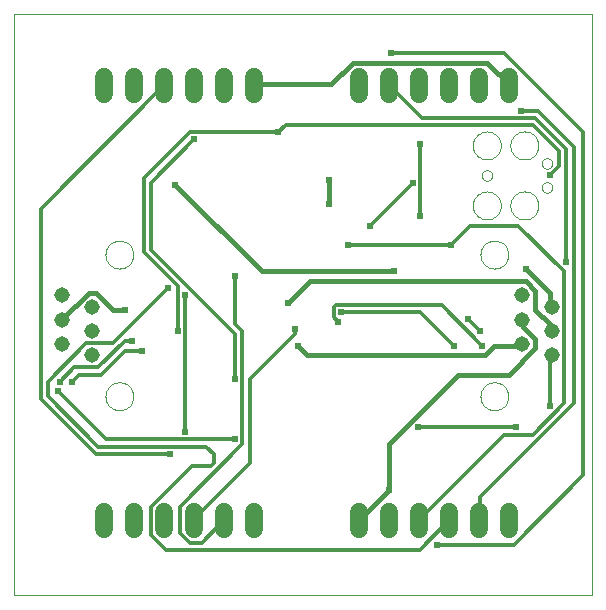
<source format=gbl>
G75*
G70*
%OFA0B0*%
%FSLAX24Y24*%
%IPPOS*%
%LPD*%
%AMOC8*
5,1,8,0,0,1.08239X$1,22.5*
%
%ADD10C,0.0000*%
%ADD11C,0.0515*%
%ADD12C,0.0594*%
%ADD13C,0.0180*%
%ADD14C,0.0240*%
%ADD15C,0.0120*%
D10*
X000162Y000100D02*
X000162Y019471D01*
X019407Y019471D01*
X019407Y000100D01*
X000162Y000100D01*
X003197Y006738D02*
X003199Y006781D01*
X003205Y006823D01*
X003215Y006865D01*
X003228Y006906D01*
X003246Y006945D01*
X003267Y006983D01*
X003291Y007018D01*
X003318Y007051D01*
X003349Y007082D01*
X003382Y007109D01*
X003417Y007133D01*
X003455Y007154D01*
X003494Y007172D01*
X003535Y007185D01*
X003577Y007195D01*
X003619Y007201D01*
X003662Y007203D01*
X003705Y007201D01*
X003747Y007195D01*
X003789Y007185D01*
X003830Y007172D01*
X003869Y007154D01*
X003907Y007133D01*
X003942Y007109D01*
X003975Y007082D01*
X004006Y007051D01*
X004033Y007018D01*
X004057Y006983D01*
X004078Y006945D01*
X004096Y006906D01*
X004109Y006865D01*
X004119Y006823D01*
X004125Y006781D01*
X004127Y006738D01*
X004125Y006695D01*
X004119Y006653D01*
X004109Y006611D01*
X004096Y006570D01*
X004078Y006531D01*
X004057Y006493D01*
X004033Y006458D01*
X004006Y006425D01*
X003975Y006394D01*
X003942Y006367D01*
X003907Y006343D01*
X003869Y006322D01*
X003830Y006304D01*
X003789Y006291D01*
X003747Y006281D01*
X003705Y006275D01*
X003662Y006273D01*
X003619Y006275D01*
X003577Y006281D01*
X003535Y006291D01*
X003494Y006304D01*
X003455Y006322D01*
X003417Y006343D01*
X003382Y006367D01*
X003349Y006394D01*
X003318Y006425D01*
X003291Y006458D01*
X003267Y006493D01*
X003246Y006531D01*
X003228Y006570D01*
X003215Y006611D01*
X003205Y006653D01*
X003199Y006695D01*
X003197Y006738D01*
X003197Y011462D02*
X003199Y011505D01*
X003205Y011547D01*
X003215Y011589D01*
X003228Y011630D01*
X003246Y011669D01*
X003267Y011707D01*
X003291Y011742D01*
X003318Y011775D01*
X003349Y011806D01*
X003382Y011833D01*
X003417Y011857D01*
X003455Y011878D01*
X003494Y011896D01*
X003535Y011909D01*
X003577Y011919D01*
X003619Y011925D01*
X003662Y011927D01*
X003705Y011925D01*
X003747Y011919D01*
X003789Y011909D01*
X003830Y011896D01*
X003869Y011878D01*
X003907Y011857D01*
X003942Y011833D01*
X003975Y011806D01*
X004006Y011775D01*
X004033Y011742D01*
X004057Y011707D01*
X004078Y011669D01*
X004096Y011630D01*
X004109Y011589D01*
X004119Y011547D01*
X004125Y011505D01*
X004127Y011462D01*
X004125Y011419D01*
X004119Y011377D01*
X004109Y011335D01*
X004096Y011294D01*
X004078Y011255D01*
X004057Y011217D01*
X004033Y011182D01*
X004006Y011149D01*
X003975Y011118D01*
X003942Y011091D01*
X003907Y011067D01*
X003869Y011046D01*
X003830Y011028D01*
X003789Y011015D01*
X003747Y011005D01*
X003705Y010999D01*
X003662Y010997D01*
X003619Y010999D01*
X003577Y011005D01*
X003535Y011015D01*
X003494Y011028D01*
X003455Y011046D01*
X003417Y011067D01*
X003382Y011091D01*
X003349Y011118D01*
X003318Y011149D01*
X003291Y011182D01*
X003267Y011217D01*
X003246Y011255D01*
X003228Y011294D01*
X003215Y011335D01*
X003205Y011377D01*
X003199Y011419D01*
X003197Y011462D01*
X015445Y013100D02*
X015447Y013143D01*
X015453Y013186D01*
X015463Y013228D01*
X015477Y013269D01*
X015494Y013308D01*
X015515Y013346D01*
X015539Y013381D01*
X015567Y013415D01*
X015597Y013445D01*
X015631Y013473D01*
X015666Y013497D01*
X015704Y013518D01*
X015743Y013535D01*
X015784Y013549D01*
X015826Y013559D01*
X015869Y013565D01*
X015912Y013567D01*
X015955Y013565D01*
X015998Y013559D01*
X016040Y013549D01*
X016081Y013535D01*
X016120Y013518D01*
X016158Y013497D01*
X016193Y013473D01*
X016227Y013445D01*
X016257Y013415D01*
X016285Y013381D01*
X016309Y013346D01*
X016330Y013308D01*
X016347Y013269D01*
X016361Y013228D01*
X016371Y013186D01*
X016377Y013143D01*
X016379Y013100D01*
X016377Y013057D01*
X016371Y013014D01*
X016361Y012972D01*
X016347Y012931D01*
X016330Y012892D01*
X016309Y012854D01*
X016285Y012819D01*
X016257Y012785D01*
X016227Y012755D01*
X016193Y012727D01*
X016158Y012703D01*
X016120Y012682D01*
X016081Y012665D01*
X016040Y012651D01*
X015998Y012641D01*
X015955Y012635D01*
X015912Y012633D01*
X015869Y012635D01*
X015826Y012641D01*
X015784Y012651D01*
X015743Y012665D01*
X015704Y012682D01*
X015666Y012703D01*
X015631Y012727D01*
X015597Y012755D01*
X015567Y012785D01*
X015539Y012819D01*
X015515Y012854D01*
X015494Y012892D01*
X015477Y012931D01*
X015463Y012972D01*
X015453Y013014D01*
X015447Y013057D01*
X015445Y013100D01*
X015737Y014100D02*
X015739Y014126D01*
X015745Y014152D01*
X015754Y014176D01*
X015767Y014199D01*
X015784Y014219D01*
X015803Y014237D01*
X015825Y014252D01*
X015848Y014263D01*
X015873Y014271D01*
X015899Y014275D01*
X015925Y014275D01*
X015951Y014271D01*
X015976Y014263D01*
X016000Y014252D01*
X016021Y014237D01*
X016040Y014219D01*
X016057Y014199D01*
X016070Y014176D01*
X016079Y014152D01*
X016085Y014126D01*
X016087Y014100D01*
X016085Y014074D01*
X016079Y014048D01*
X016070Y014024D01*
X016057Y014001D01*
X016040Y013981D01*
X016021Y013963D01*
X015999Y013948D01*
X015976Y013937D01*
X015951Y013929D01*
X015925Y013925D01*
X015899Y013925D01*
X015873Y013929D01*
X015848Y013937D01*
X015824Y013948D01*
X015803Y013963D01*
X015784Y013981D01*
X015767Y014001D01*
X015754Y014024D01*
X015745Y014048D01*
X015739Y014074D01*
X015737Y014100D01*
X015445Y015100D02*
X015447Y015143D01*
X015453Y015186D01*
X015463Y015228D01*
X015477Y015269D01*
X015494Y015308D01*
X015515Y015346D01*
X015539Y015381D01*
X015567Y015415D01*
X015597Y015445D01*
X015631Y015473D01*
X015666Y015497D01*
X015704Y015518D01*
X015743Y015535D01*
X015784Y015549D01*
X015826Y015559D01*
X015869Y015565D01*
X015912Y015567D01*
X015955Y015565D01*
X015998Y015559D01*
X016040Y015549D01*
X016081Y015535D01*
X016120Y015518D01*
X016158Y015497D01*
X016193Y015473D01*
X016227Y015445D01*
X016257Y015415D01*
X016285Y015381D01*
X016309Y015346D01*
X016330Y015308D01*
X016347Y015269D01*
X016361Y015228D01*
X016371Y015186D01*
X016377Y015143D01*
X016379Y015100D01*
X016377Y015057D01*
X016371Y015014D01*
X016361Y014972D01*
X016347Y014931D01*
X016330Y014892D01*
X016309Y014854D01*
X016285Y014819D01*
X016257Y014785D01*
X016227Y014755D01*
X016193Y014727D01*
X016158Y014703D01*
X016120Y014682D01*
X016081Y014665D01*
X016040Y014651D01*
X015998Y014641D01*
X015955Y014635D01*
X015912Y014633D01*
X015869Y014635D01*
X015826Y014641D01*
X015784Y014651D01*
X015743Y014665D01*
X015704Y014682D01*
X015666Y014703D01*
X015631Y014727D01*
X015597Y014755D01*
X015567Y014785D01*
X015539Y014819D01*
X015515Y014854D01*
X015494Y014892D01*
X015477Y014931D01*
X015463Y014972D01*
X015453Y015014D01*
X015447Y015057D01*
X015445Y015100D01*
X016695Y015100D02*
X016697Y015143D01*
X016703Y015186D01*
X016713Y015228D01*
X016727Y015269D01*
X016744Y015308D01*
X016765Y015346D01*
X016789Y015381D01*
X016817Y015415D01*
X016847Y015445D01*
X016881Y015473D01*
X016916Y015497D01*
X016954Y015518D01*
X016993Y015535D01*
X017034Y015549D01*
X017076Y015559D01*
X017119Y015565D01*
X017162Y015567D01*
X017205Y015565D01*
X017248Y015559D01*
X017290Y015549D01*
X017331Y015535D01*
X017370Y015518D01*
X017408Y015497D01*
X017443Y015473D01*
X017477Y015445D01*
X017507Y015415D01*
X017535Y015381D01*
X017559Y015346D01*
X017580Y015308D01*
X017597Y015269D01*
X017611Y015228D01*
X017621Y015186D01*
X017627Y015143D01*
X017629Y015100D01*
X017627Y015057D01*
X017621Y015014D01*
X017611Y014972D01*
X017597Y014931D01*
X017580Y014892D01*
X017559Y014854D01*
X017535Y014819D01*
X017507Y014785D01*
X017477Y014755D01*
X017443Y014727D01*
X017408Y014703D01*
X017370Y014682D01*
X017331Y014665D01*
X017290Y014651D01*
X017248Y014641D01*
X017205Y014635D01*
X017162Y014633D01*
X017119Y014635D01*
X017076Y014641D01*
X017034Y014651D01*
X016993Y014665D01*
X016954Y014682D01*
X016916Y014703D01*
X016881Y014727D01*
X016847Y014755D01*
X016817Y014785D01*
X016789Y014819D01*
X016765Y014854D01*
X016744Y014892D01*
X016727Y014931D01*
X016713Y014972D01*
X016703Y015014D01*
X016697Y015057D01*
X016695Y015100D01*
X017737Y014500D02*
X017739Y014526D01*
X017745Y014552D01*
X017754Y014576D01*
X017767Y014599D01*
X017784Y014619D01*
X017803Y014637D01*
X017825Y014652D01*
X017848Y014663D01*
X017873Y014671D01*
X017899Y014675D01*
X017925Y014675D01*
X017951Y014671D01*
X017976Y014663D01*
X018000Y014652D01*
X018021Y014637D01*
X018040Y014619D01*
X018057Y014599D01*
X018070Y014576D01*
X018079Y014552D01*
X018085Y014526D01*
X018087Y014500D01*
X018085Y014474D01*
X018079Y014448D01*
X018070Y014424D01*
X018057Y014401D01*
X018040Y014381D01*
X018021Y014363D01*
X017999Y014348D01*
X017976Y014337D01*
X017951Y014329D01*
X017925Y014325D01*
X017899Y014325D01*
X017873Y014329D01*
X017848Y014337D01*
X017824Y014348D01*
X017803Y014363D01*
X017784Y014381D01*
X017767Y014401D01*
X017754Y014424D01*
X017745Y014448D01*
X017739Y014474D01*
X017737Y014500D01*
X017737Y013700D02*
X017739Y013726D01*
X017745Y013752D01*
X017754Y013776D01*
X017767Y013799D01*
X017784Y013819D01*
X017803Y013837D01*
X017825Y013852D01*
X017848Y013863D01*
X017873Y013871D01*
X017899Y013875D01*
X017925Y013875D01*
X017951Y013871D01*
X017976Y013863D01*
X018000Y013852D01*
X018021Y013837D01*
X018040Y013819D01*
X018057Y013799D01*
X018070Y013776D01*
X018079Y013752D01*
X018085Y013726D01*
X018087Y013700D01*
X018085Y013674D01*
X018079Y013648D01*
X018070Y013624D01*
X018057Y013601D01*
X018040Y013581D01*
X018021Y013563D01*
X017999Y013548D01*
X017976Y013537D01*
X017951Y013529D01*
X017925Y013525D01*
X017899Y013525D01*
X017873Y013529D01*
X017848Y013537D01*
X017824Y013548D01*
X017803Y013563D01*
X017784Y013581D01*
X017767Y013601D01*
X017754Y013624D01*
X017745Y013648D01*
X017739Y013674D01*
X017737Y013700D01*
X016695Y013100D02*
X016697Y013143D01*
X016703Y013186D01*
X016713Y013228D01*
X016727Y013269D01*
X016744Y013308D01*
X016765Y013346D01*
X016789Y013381D01*
X016817Y013415D01*
X016847Y013445D01*
X016881Y013473D01*
X016916Y013497D01*
X016954Y013518D01*
X016993Y013535D01*
X017034Y013549D01*
X017076Y013559D01*
X017119Y013565D01*
X017162Y013567D01*
X017205Y013565D01*
X017248Y013559D01*
X017290Y013549D01*
X017331Y013535D01*
X017370Y013518D01*
X017408Y013497D01*
X017443Y013473D01*
X017477Y013445D01*
X017507Y013415D01*
X017535Y013381D01*
X017559Y013346D01*
X017580Y013308D01*
X017597Y013269D01*
X017611Y013228D01*
X017621Y013186D01*
X017627Y013143D01*
X017629Y013100D01*
X017627Y013057D01*
X017621Y013014D01*
X017611Y012972D01*
X017597Y012931D01*
X017580Y012892D01*
X017559Y012854D01*
X017535Y012819D01*
X017507Y012785D01*
X017477Y012755D01*
X017443Y012727D01*
X017408Y012703D01*
X017370Y012682D01*
X017331Y012665D01*
X017290Y012651D01*
X017248Y012641D01*
X017205Y012635D01*
X017162Y012633D01*
X017119Y012635D01*
X017076Y012641D01*
X017034Y012651D01*
X016993Y012665D01*
X016954Y012682D01*
X016916Y012703D01*
X016881Y012727D01*
X016847Y012755D01*
X016817Y012785D01*
X016789Y012819D01*
X016765Y012854D01*
X016744Y012892D01*
X016727Y012931D01*
X016713Y012972D01*
X016703Y013014D01*
X016697Y013057D01*
X016695Y013100D01*
X015697Y011462D02*
X015699Y011505D01*
X015705Y011547D01*
X015715Y011589D01*
X015728Y011630D01*
X015746Y011669D01*
X015767Y011707D01*
X015791Y011742D01*
X015818Y011775D01*
X015849Y011806D01*
X015882Y011833D01*
X015917Y011857D01*
X015955Y011878D01*
X015994Y011896D01*
X016035Y011909D01*
X016077Y011919D01*
X016119Y011925D01*
X016162Y011927D01*
X016205Y011925D01*
X016247Y011919D01*
X016289Y011909D01*
X016330Y011896D01*
X016369Y011878D01*
X016407Y011857D01*
X016442Y011833D01*
X016475Y011806D01*
X016506Y011775D01*
X016533Y011742D01*
X016557Y011707D01*
X016578Y011669D01*
X016596Y011630D01*
X016609Y011589D01*
X016619Y011547D01*
X016625Y011505D01*
X016627Y011462D01*
X016625Y011419D01*
X016619Y011377D01*
X016609Y011335D01*
X016596Y011294D01*
X016578Y011255D01*
X016557Y011217D01*
X016533Y011182D01*
X016506Y011149D01*
X016475Y011118D01*
X016442Y011091D01*
X016407Y011067D01*
X016369Y011046D01*
X016330Y011028D01*
X016289Y011015D01*
X016247Y011005D01*
X016205Y010999D01*
X016162Y010997D01*
X016119Y010999D01*
X016077Y011005D01*
X016035Y011015D01*
X015994Y011028D01*
X015955Y011046D01*
X015917Y011067D01*
X015882Y011091D01*
X015849Y011118D01*
X015818Y011149D01*
X015791Y011182D01*
X015767Y011217D01*
X015746Y011255D01*
X015728Y011294D01*
X015715Y011335D01*
X015705Y011377D01*
X015699Y011419D01*
X015697Y011462D01*
X015697Y006738D02*
X015699Y006781D01*
X015705Y006823D01*
X015715Y006865D01*
X015728Y006906D01*
X015746Y006945D01*
X015767Y006983D01*
X015791Y007018D01*
X015818Y007051D01*
X015849Y007082D01*
X015882Y007109D01*
X015917Y007133D01*
X015955Y007154D01*
X015994Y007172D01*
X016035Y007185D01*
X016077Y007195D01*
X016119Y007201D01*
X016162Y007203D01*
X016205Y007201D01*
X016247Y007195D01*
X016289Y007185D01*
X016330Y007172D01*
X016369Y007154D01*
X016407Y007133D01*
X016442Y007109D01*
X016475Y007082D01*
X016506Y007051D01*
X016533Y007018D01*
X016557Y006983D01*
X016578Y006945D01*
X016596Y006906D01*
X016609Y006865D01*
X016619Y006823D01*
X016625Y006781D01*
X016627Y006738D01*
X016625Y006695D01*
X016619Y006653D01*
X016609Y006611D01*
X016596Y006570D01*
X016578Y006531D01*
X016557Y006493D01*
X016533Y006458D01*
X016506Y006425D01*
X016475Y006394D01*
X016442Y006367D01*
X016407Y006343D01*
X016369Y006322D01*
X016330Y006304D01*
X016289Y006291D01*
X016247Y006281D01*
X016205Y006275D01*
X016162Y006273D01*
X016119Y006275D01*
X016077Y006281D01*
X016035Y006291D01*
X015994Y006304D01*
X015955Y006322D01*
X015917Y006343D01*
X015882Y006367D01*
X015849Y006394D01*
X015818Y006425D01*
X015791Y006458D01*
X015767Y006493D01*
X015746Y006531D01*
X015728Y006570D01*
X015715Y006611D01*
X015705Y006653D01*
X015699Y006695D01*
X015697Y006738D01*
D11*
X017067Y008494D03*
X017067Y009297D03*
X017067Y010100D03*
X018067Y009706D03*
X018067Y008903D03*
X018067Y008100D03*
X002756Y008100D03*
X002756Y008903D03*
X002756Y009706D03*
X001756Y010100D03*
X001756Y009297D03*
X001756Y008494D03*
D12*
X003162Y002897D02*
X003162Y002303D01*
X004162Y002303D02*
X004162Y002897D01*
X005162Y002897D02*
X005162Y002303D01*
X006162Y002303D02*
X006162Y002897D01*
X007162Y002897D02*
X007162Y002303D01*
X008162Y002303D02*
X008162Y002897D01*
X011662Y002897D02*
X011662Y002303D01*
X012662Y002303D02*
X012662Y002897D01*
X013662Y002897D02*
X013662Y002303D01*
X014662Y002303D02*
X014662Y002897D01*
X015662Y002897D02*
X015662Y002303D01*
X016662Y002303D02*
X016662Y002897D01*
X016662Y016803D02*
X016662Y017397D01*
X015662Y017397D02*
X015662Y016803D01*
X014662Y016803D02*
X014662Y017397D01*
X013662Y017397D02*
X013662Y016803D01*
X012662Y016803D02*
X012662Y017397D01*
X011662Y017397D02*
X011662Y016803D01*
X008162Y016803D02*
X008162Y017397D01*
X007162Y017397D02*
X007162Y016803D01*
X006162Y016803D02*
X006162Y017397D01*
X005162Y017397D02*
X005162Y016803D01*
X004162Y016803D02*
X004162Y017397D01*
X003162Y017397D02*
X003162Y016803D01*
D13*
X005522Y013780D02*
X008402Y010900D01*
X012802Y010900D01*
X010642Y013140D02*
X010642Y013940D01*
X010722Y017140D02*
X008162Y017140D01*
X008162Y017100D01*
X010722Y017140D02*
X011442Y017860D01*
X015922Y017860D01*
X016642Y017140D01*
X016662Y017100D01*
X017202Y010980D02*
X018002Y010180D01*
X018002Y009780D01*
X018067Y009706D01*
X017522Y009620D02*
X017522Y010260D01*
X017202Y010580D01*
X010002Y010580D01*
X009282Y009860D01*
X009602Y008420D02*
X009922Y008100D01*
X015842Y008100D01*
X016162Y008420D01*
X017042Y008420D01*
X017067Y008494D01*
X017522Y008340D02*
X016642Y007460D01*
X014962Y007460D01*
X012642Y005140D01*
X012642Y003620D01*
X011682Y002660D01*
X011662Y002600D01*
X017522Y008340D02*
X017522Y008660D01*
X017122Y009060D01*
X017122Y009220D01*
X017067Y009297D01*
X017522Y009620D02*
X018002Y009140D01*
X018002Y008980D01*
X018067Y008903D01*
X003842Y009620D02*
X003442Y009620D01*
X002882Y010180D01*
X002642Y010180D01*
X001762Y009300D01*
X001756Y009297D01*
D14*
X001682Y007220D03*
X001602Y006900D03*
X002082Y007220D03*
X004082Y008580D03*
X004402Y008260D03*
X005602Y008900D03*
X005842Y010100D03*
X005282Y010340D03*
X003842Y009620D03*
X007522Y010740D03*
X009282Y009860D03*
X009522Y008980D03*
X009602Y008420D03*
X010962Y009220D03*
X011042Y009540D03*
X012802Y010900D03*
X012002Y012420D03*
X011282Y011780D03*
X010642Y013140D03*
X010642Y013940D03*
X008962Y015540D03*
X006162Y015300D03*
X005522Y013780D03*
X007522Y007300D03*
X005842Y005540D03*
X005362Y004820D03*
X007522Y005300D03*
X012642Y003620D03*
X014242Y001780D03*
X013602Y005700D03*
X014802Y008420D03*
X015282Y009300D03*
X015682Y008900D03*
X015762Y008420D03*
X018002Y006420D03*
X016882Y005700D03*
X017202Y010980D03*
X018562Y011220D03*
X018002Y014100D03*
X017042Y016260D03*
X013682Y015140D03*
X013442Y013860D03*
X013682Y012740D03*
X014722Y011780D03*
X012722Y018180D03*
D15*
X016482Y018180D01*
X019122Y015540D01*
X019122Y004100D01*
X016802Y001780D01*
X014242Y001780D01*
X013682Y001620D02*
X005202Y001620D01*
X004722Y002100D01*
X004722Y003060D01*
X006082Y004420D01*
X006722Y004420D01*
X006802Y004500D01*
X006802Y004820D01*
X006562Y005060D01*
X002962Y005060D01*
X001282Y006740D01*
X001282Y007220D01*
X002562Y008500D01*
X003442Y008500D01*
X005282Y010340D01*
X005602Y010420D02*
X004482Y011540D01*
X004482Y014020D01*
X006002Y015540D01*
X008962Y015540D01*
X009202Y015780D01*
X017442Y015780D01*
X018322Y014900D01*
X018322Y014420D01*
X018002Y014100D01*
X018562Y014980D02*
X017522Y016020D01*
X013762Y016020D01*
X012722Y017060D01*
X012662Y017100D01*
X013682Y015140D02*
X013682Y012740D01*
X013442Y013860D02*
X012002Y012420D01*
X011282Y011780D02*
X014722Y011780D01*
X015362Y012420D01*
X016962Y012420D01*
X018482Y010900D01*
X018482Y006500D01*
X017442Y005460D01*
X016482Y005460D01*
X013682Y002660D01*
X013662Y002600D01*
X013682Y001620D02*
X014662Y002600D01*
X015662Y002600D02*
X015682Y002660D01*
X015682Y003380D01*
X018802Y006500D01*
X018802Y015060D01*
X017602Y016260D01*
X017042Y016260D01*
X018562Y014980D02*
X018562Y011220D01*
X015682Y008900D02*
X015282Y009300D01*
X015762Y008420D02*
X014402Y009780D01*
X010882Y009780D01*
X010802Y009700D01*
X010802Y009380D01*
X010962Y009220D01*
X011042Y009540D02*
X013682Y009540D01*
X014802Y008420D01*
X013602Y005700D02*
X016882Y005700D01*
X018002Y006420D02*
X018002Y008100D01*
X018067Y008100D01*
X009522Y008820D02*
X008002Y007300D01*
X008002Y004500D01*
X006162Y002660D01*
X006162Y002600D01*
X005682Y002180D02*
X006002Y001860D01*
X006402Y001860D01*
X007122Y002580D01*
X007162Y002600D01*
X005682Y002180D02*
X005682Y003060D01*
X007762Y005140D01*
X007762Y008900D01*
X007522Y009140D01*
X007522Y010740D01*
X005842Y010100D02*
X005842Y005540D01*
X005362Y004820D02*
X002882Y004820D01*
X001042Y006660D01*
X001042Y012980D01*
X005162Y017100D01*
X006162Y015300D02*
X004722Y013860D01*
X004722Y011620D01*
X007522Y008820D01*
X007522Y007300D01*
X005602Y008900D02*
X005602Y010420D01*
X004082Y008580D02*
X003842Y008580D01*
X002962Y007700D01*
X002162Y007700D01*
X001682Y007220D01*
X001602Y006900D02*
X003202Y005300D01*
X007522Y005300D01*
X004402Y008260D02*
X003842Y008260D01*
X003042Y007460D01*
X002322Y007460D01*
X002082Y007220D01*
X009522Y008820D02*
X009522Y008980D01*
M02*

</source>
